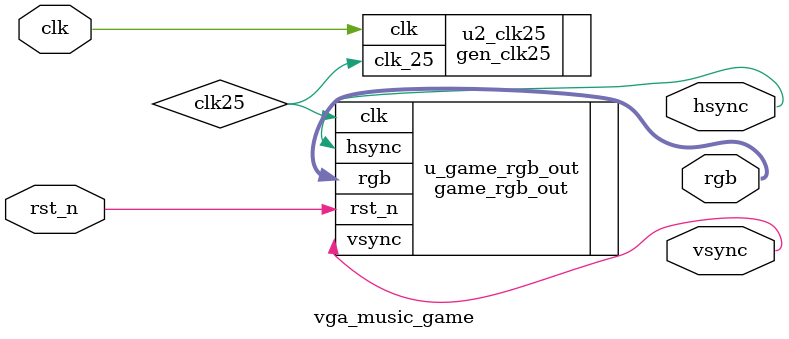
<source format=v>
`timescale 1ns / 1ps


module vga_music_game(
input wire clk,//°åÔØÊ±ÖÓ
input wire rst_n,
output wire hsync,
output wire vsync,
output wire [7:0]rgb
    );
    wire clk25;
    gen_clk25 u2_clk25(
        .clk(clk),      // IN
        .clk_25(clk25)); 
    game_rgb_out  u_game_rgb_out (
                    .clk   (clk25),
                    .rst_n (rst_n),
                    .hsync (hsync),
                    .vsync (vsync),
                    .rgb   (rgb)
                    );
    
endmodule

</source>
